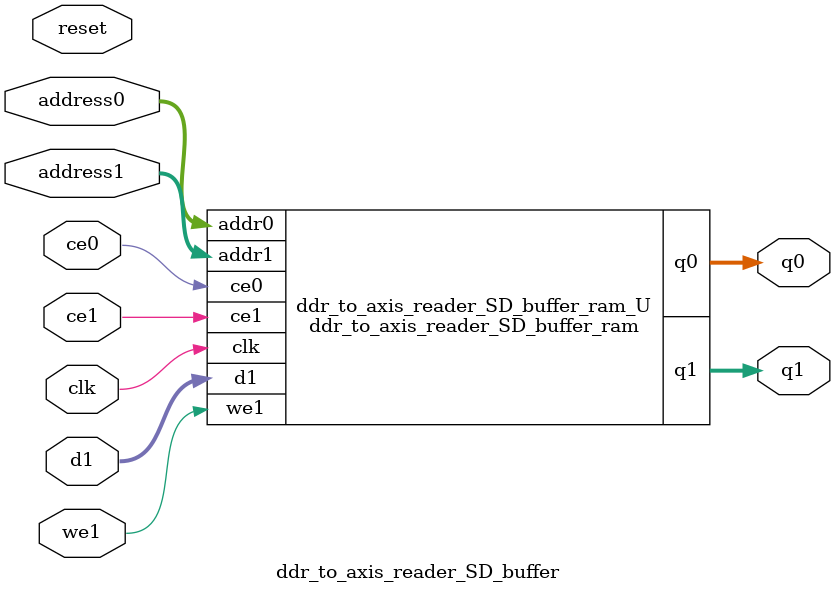
<source format=v>

`timescale 1 ns / 1 ps
module ddr_to_axis_reader_SD_buffer_ram (addr0, ce0, q0, addr1, ce1, d1, we1, q1,  clk);

parameter DWIDTH = 64;
parameter AWIDTH = 9;
parameter MEM_SIZE = 512;

input[AWIDTH-1:0] addr0;
input ce0;
output reg[DWIDTH-1:0] q0;
input[AWIDTH-1:0] addr1;
input ce1;
input[DWIDTH-1:0] d1;
input we1;
output reg[DWIDTH-1:0] q1;
input clk;

(* ram_style = "block" *)reg [DWIDTH-1:0] ram[MEM_SIZE-1:0];




always @(posedge clk)  
begin 
    if (ce0) 
    begin
            q0 <= ram[addr0];
    end
end


always @(posedge clk)  
begin 
    if (ce1) 
    begin
        if (we1) 
        begin 
            ram[addr1] <= d1; 
            q1 <= d1;
        end 
        else 
            q1 <= ram[addr1];
    end
end


endmodule


`timescale 1 ns / 1 ps
module ddr_to_axis_reader_SD_buffer(
    reset,
    clk,
    address0,
    ce0,
    q0,
    address1,
    ce1,
    we1,
    d1,
    q1);

parameter DataWidth = 32'd64;
parameter AddressRange = 32'd512;
parameter AddressWidth = 32'd9;
input reset;
input clk;
input[AddressWidth - 1:0] address0;
input ce0;
output[DataWidth - 1:0] q0;
input[AddressWidth - 1:0] address1;
input ce1;
input we1;
input[DataWidth - 1:0] d1;
output[DataWidth - 1:0] q1;



ddr_to_axis_reader_SD_buffer_ram ddr_to_axis_reader_SD_buffer_ram_U(
    .clk( clk ),
    .addr0( address0 ),
    .ce0( ce0 ),
    .q0( q0 ),
    .addr1( address1 ),
    .ce1( ce1 ),
    .d1( d1 ),
    .we1( we1 ),
    .q1( q1 ));

endmodule


</source>
